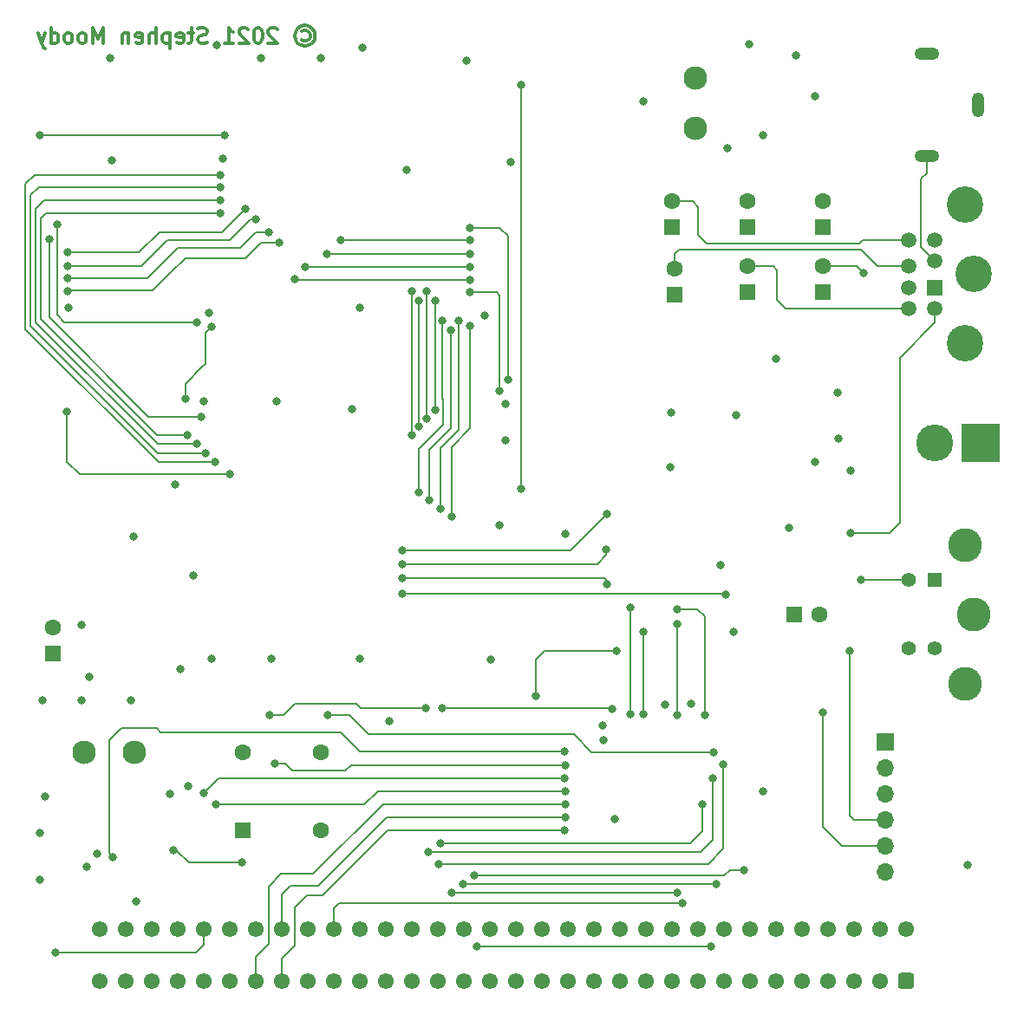
<source format=gbl>
G04 #@! TF.GenerationSoftware,KiCad,Pcbnew,(5.1.10)-1*
G04 #@! TF.CreationDate,2021-07-30T10:38:07+01:00*
G04 #@! TF.ProjectId,GfxV9990,47667856-3939-4393-902e-6b696361645f,rev?*
G04 #@! TF.SameCoordinates,Original*
G04 #@! TF.FileFunction,Copper,L4,Bot*
G04 #@! TF.FilePolarity,Positive*
%FSLAX46Y46*%
G04 Gerber Fmt 4.6, Leading zero omitted, Abs format (unit mm)*
G04 Created by KiCad (PCBNEW (5.1.10)-1) date 2021-07-30 10:38:07*
%MOMM*%
%LPD*%
G01*
G04 APERTURE LIST*
G04 #@! TA.AperFunction,NonConductor*
%ADD10C,0.300000*%
G04 #@! TD*
G04 #@! TA.AperFunction,ComponentPad*
%ADD11C,3.555000*%
G04 #@! TD*
G04 #@! TA.AperFunction,ComponentPad*
%ADD12C,1.509000*%
G04 #@! TD*
G04 #@! TA.AperFunction,ComponentPad*
%ADD13R,1.509000X1.509000*%
G04 #@! TD*
G04 #@! TA.AperFunction,ComponentPad*
%ADD14C,1.550000*%
G04 #@! TD*
G04 #@! TA.AperFunction,ComponentPad*
%ADD15C,2.300000*%
G04 #@! TD*
G04 #@! TA.AperFunction,ComponentPad*
%ADD16C,1.600000*%
G04 #@! TD*
G04 #@! TA.AperFunction,ComponentPad*
%ADD17R,1.600000X1.600000*%
G04 #@! TD*
G04 #@! TA.AperFunction,ComponentPad*
%ADD18O,2.416000X1.208000*%
G04 #@! TD*
G04 #@! TA.AperFunction,ComponentPad*
%ADD19O,1.208000X2.416000*%
G04 #@! TD*
G04 #@! TA.AperFunction,ComponentPad*
%ADD20O,1.700000X1.700000*%
G04 #@! TD*
G04 #@! TA.AperFunction,ComponentPad*
%ADD21R,1.700000X1.700000*%
G04 #@! TD*
G04 #@! TA.AperFunction,ComponentPad*
%ADD22C,3.600000*%
G04 #@! TD*
G04 #@! TA.AperFunction,ComponentPad*
%ADD23R,3.765000X3.765000*%
G04 #@! TD*
G04 #@! TA.AperFunction,ComponentPad*
%ADD24C,3.306000*%
G04 #@! TD*
G04 #@! TA.AperFunction,ComponentPad*
%ADD25C,1.398000*%
G04 #@! TD*
G04 #@! TA.AperFunction,ComponentPad*
%ADD26R,1.398000X1.398000*%
G04 #@! TD*
G04 #@! TA.AperFunction,ViaPad*
%ADD27C,0.800000*%
G04 #@! TD*
G04 #@! TA.AperFunction,Conductor*
%ADD28C,0.210000*%
G04 #@! TD*
G04 APERTURE END LIST*
D10*
X129739285Y-52035714D02*
X129882142Y-51964285D01*
X130167857Y-51964285D01*
X130310714Y-52035714D01*
X130453571Y-52178571D01*
X130525000Y-52321428D01*
X130525000Y-52607142D01*
X130453571Y-52750000D01*
X130310714Y-52892857D01*
X130167857Y-52964285D01*
X129882142Y-52964285D01*
X129739285Y-52892857D01*
X130025000Y-51464285D02*
X130382142Y-51535714D01*
X130739285Y-51750000D01*
X130953571Y-52107142D01*
X131025000Y-52464285D01*
X130953571Y-52821428D01*
X130739285Y-53178571D01*
X130382142Y-53392857D01*
X130025000Y-53464285D01*
X129667857Y-53392857D01*
X129310714Y-53178571D01*
X129096428Y-52821428D01*
X129025000Y-52464285D01*
X129096428Y-52107142D01*
X129310714Y-51750000D01*
X129667857Y-51535714D01*
X130025000Y-51464285D01*
X127310714Y-51821428D02*
X127239285Y-51750000D01*
X127096428Y-51678571D01*
X126739285Y-51678571D01*
X126596428Y-51750000D01*
X126525000Y-51821428D01*
X126453571Y-51964285D01*
X126453571Y-52107142D01*
X126525000Y-52321428D01*
X127382142Y-53178571D01*
X126453571Y-53178571D01*
X125525000Y-51678571D02*
X125382142Y-51678571D01*
X125239285Y-51750000D01*
X125167857Y-51821428D01*
X125096428Y-51964285D01*
X125025000Y-52250000D01*
X125025000Y-52607142D01*
X125096428Y-52892857D01*
X125167857Y-53035714D01*
X125239285Y-53107142D01*
X125382142Y-53178571D01*
X125525000Y-53178571D01*
X125667857Y-53107142D01*
X125739285Y-53035714D01*
X125810714Y-52892857D01*
X125882142Y-52607142D01*
X125882142Y-52250000D01*
X125810714Y-51964285D01*
X125739285Y-51821428D01*
X125667857Y-51750000D01*
X125525000Y-51678571D01*
X124453571Y-51821428D02*
X124382142Y-51750000D01*
X124239285Y-51678571D01*
X123882142Y-51678571D01*
X123739285Y-51750000D01*
X123667857Y-51821428D01*
X123596428Y-51964285D01*
X123596428Y-52107142D01*
X123667857Y-52321428D01*
X124525000Y-53178571D01*
X123596428Y-53178571D01*
X122167857Y-53178571D02*
X123025000Y-53178571D01*
X122596428Y-53178571D02*
X122596428Y-51678571D01*
X122739285Y-51892857D01*
X122882142Y-52035714D01*
X123025000Y-52107142D01*
X120453571Y-53107142D02*
X120239285Y-53178571D01*
X119882142Y-53178571D01*
X119739285Y-53107142D01*
X119667857Y-53035714D01*
X119596428Y-52892857D01*
X119596428Y-52750000D01*
X119667857Y-52607142D01*
X119739285Y-52535714D01*
X119882142Y-52464285D01*
X120167857Y-52392857D01*
X120310714Y-52321428D01*
X120382142Y-52250000D01*
X120453571Y-52107142D01*
X120453571Y-51964285D01*
X120382142Y-51821428D01*
X120310714Y-51750000D01*
X120167857Y-51678571D01*
X119810714Y-51678571D01*
X119596428Y-51750000D01*
X119167857Y-52178571D02*
X118596428Y-52178571D01*
X118953571Y-51678571D02*
X118953571Y-52964285D01*
X118882142Y-53107142D01*
X118739285Y-53178571D01*
X118596428Y-53178571D01*
X117525000Y-53107142D02*
X117667857Y-53178571D01*
X117953571Y-53178571D01*
X118096428Y-53107142D01*
X118167857Y-52964285D01*
X118167857Y-52392857D01*
X118096428Y-52250000D01*
X117953571Y-52178571D01*
X117667857Y-52178571D01*
X117525000Y-52250000D01*
X117453571Y-52392857D01*
X117453571Y-52535714D01*
X118167857Y-52678571D01*
X116810714Y-52178571D02*
X116810714Y-53678571D01*
X116810714Y-52250000D02*
X116667857Y-52178571D01*
X116382142Y-52178571D01*
X116239285Y-52250000D01*
X116167857Y-52321428D01*
X116096428Y-52464285D01*
X116096428Y-52892857D01*
X116167857Y-53035714D01*
X116239285Y-53107142D01*
X116382142Y-53178571D01*
X116667857Y-53178571D01*
X116810714Y-53107142D01*
X115453571Y-53178571D02*
X115453571Y-51678571D01*
X114810714Y-53178571D02*
X114810714Y-52392857D01*
X114882142Y-52250000D01*
X115025000Y-52178571D01*
X115239285Y-52178571D01*
X115382142Y-52250000D01*
X115453571Y-52321428D01*
X113525000Y-53107142D02*
X113667857Y-53178571D01*
X113953571Y-53178571D01*
X114096428Y-53107142D01*
X114167857Y-52964285D01*
X114167857Y-52392857D01*
X114096428Y-52250000D01*
X113953571Y-52178571D01*
X113667857Y-52178571D01*
X113525000Y-52250000D01*
X113453571Y-52392857D01*
X113453571Y-52535714D01*
X114167857Y-52678571D01*
X112810714Y-52178571D02*
X112810714Y-53178571D01*
X112810714Y-52321428D02*
X112739285Y-52250000D01*
X112596428Y-52178571D01*
X112382142Y-52178571D01*
X112239285Y-52250000D01*
X112167857Y-52392857D01*
X112167857Y-53178571D01*
X110310714Y-53178571D02*
X110310714Y-51678571D01*
X109810714Y-52750000D01*
X109310714Y-51678571D01*
X109310714Y-53178571D01*
X108382142Y-53178571D02*
X108525000Y-53107142D01*
X108596428Y-53035714D01*
X108667857Y-52892857D01*
X108667857Y-52464285D01*
X108596428Y-52321428D01*
X108525000Y-52250000D01*
X108382142Y-52178571D01*
X108167857Y-52178571D01*
X108025000Y-52250000D01*
X107953571Y-52321428D01*
X107882142Y-52464285D01*
X107882142Y-52892857D01*
X107953571Y-53035714D01*
X108025000Y-53107142D01*
X108167857Y-53178571D01*
X108382142Y-53178571D01*
X107025000Y-53178571D02*
X107167857Y-53107142D01*
X107239285Y-53035714D01*
X107310714Y-52892857D01*
X107310714Y-52464285D01*
X107239285Y-52321428D01*
X107167857Y-52250000D01*
X107025000Y-52178571D01*
X106810714Y-52178571D01*
X106667857Y-52250000D01*
X106596428Y-52321428D01*
X106525000Y-52464285D01*
X106525000Y-52892857D01*
X106596428Y-53035714D01*
X106667857Y-53107142D01*
X106810714Y-53178571D01*
X107025000Y-53178571D01*
X105239285Y-53178571D02*
X105239285Y-51678571D01*
X105239285Y-53107142D02*
X105382142Y-53178571D01*
X105667857Y-53178571D01*
X105810714Y-53107142D01*
X105882142Y-53035714D01*
X105953571Y-52892857D01*
X105953571Y-52464285D01*
X105882142Y-52321428D01*
X105810714Y-52250000D01*
X105667857Y-52178571D01*
X105382142Y-52178571D01*
X105239285Y-52250000D01*
X104667857Y-52178571D02*
X104310714Y-53178571D01*
X103953571Y-52178571D02*
X104310714Y-53178571D01*
X104453571Y-53535714D01*
X104525000Y-53607142D01*
X104667857Y-53678571D01*
D11*
X194500000Y-82500000D03*
X195310000Y-75740000D03*
X194500000Y-68980000D03*
D12*
X189010000Y-72390000D03*
X189010000Y-74930000D03*
X189010000Y-79090000D03*
X191500000Y-72390000D03*
X189010000Y-77040000D03*
X191500000Y-79090000D03*
X191500000Y-74440000D03*
D13*
X191500000Y-77040000D03*
D14*
X109982000Y-139700000D03*
X112522000Y-139700000D03*
X115062000Y-139700000D03*
X117602000Y-139700000D03*
X120142000Y-139700000D03*
X122682000Y-139700000D03*
X125222000Y-139700000D03*
X127762000Y-139700000D03*
X130302000Y-139700000D03*
X132842000Y-139700000D03*
X135382000Y-139700000D03*
X137922000Y-139700000D03*
X140462000Y-139700000D03*
X143002000Y-139700000D03*
X145542000Y-139700000D03*
X148082000Y-139700000D03*
X150622000Y-139700000D03*
X153162000Y-139700000D03*
X155702000Y-139700000D03*
X158242000Y-139700000D03*
X160782000Y-139700000D03*
X163322000Y-139700000D03*
X165862000Y-139700000D03*
X168402000Y-139700000D03*
X170942000Y-139700000D03*
X173482000Y-139700000D03*
X176022000Y-139700000D03*
X178562000Y-139700000D03*
X181102000Y-139700000D03*
X183642000Y-139700000D03*
X186182000Y-139700000D03*
X188722000Y-139700000D03*
X109982000Y-144780000D03*
X112522000Y-144780000D03*
X115062000Y-144780000D03*
X117602000Y-144780000D03*
X120142000Y-144780000D03*
X122682000Y-144780000D03*
X125222000Y-144780000D03*
X127762000Y-144780000D03*
X130302000Y-144780000D03*
X132842000Y-144780000D03*
X135382000Y-144780000D03*
X137922000Y-144780000D03*
X140462000Y-144780000D03*
X143002000Y-144780000D03*
X145542000Y-144780000D03*
X148082000Y-144780000D03*
X150622000Y-144780000D03*
X153162000Y-144780000D03*
X155702000Y-144780000D03*
X158242000Y-144780000D03*
X160782000Y-144780000D03*
X163322000Y-144780000D03*
X165862000Y-144780000D03*
X168402000Y-144780000D03*
X170942000Y-144780000D03*
X173482000Y-144780000D03*
X176022000Y-144780000D03*
X178562000Y-144780000D03*
X181102000Y-144780000D03*
X183642000Y-144780000D03*
X186182000Y-144780000D03*
G04 #@! TA.AperFunction,ComponentPad*
G36*
G01*
X189497000Y-144254999D02*
X189497000Y-145305001D01*
G75*
G02*
X189247001Y-145555000I-249999J0D01*
G01*
X188196999Y-145555000D01*
G75*
G02*
X187947000Y-145305001I0J249999D01*
G01*
X187947000Y-144254999D01*
G75*
G02*
X188196999Y-144005000I249999J0D01*
G01*
X189247001Y-144005000D01*
G75*
G02*
X189497000Y-144254999I0J-249999D01*
G01*
G37*
G04 #@! TD.AperFunction*
D15*
X113358000Y-122428000D03*
X108458000Y-122428000D03*
D16*
X131572000Y-130048000D03*
X131572000Y-122428000D03*
X123952000Y-122428000D03*
D17*
X123952000Y-130048000D03*
D16*
X105410000Y-110276000D03*
D17*
X105410000Y-112776000D03*
D15*
X168148000Y-61468000D03*
X168148000Y-56568000D03*
D18*
X190750000Y-64250000D03*
X190750000Y-54250000D03*
D19*
X195750000Y-59250000D03*
D20*
X186690000Y-134112000D03*
X186690000Y-131572000D03*
X186690000Y-129032000D03*
X186690000Y-126492000D03*
X186690000Y-123952000D03*
D21*
X186690000Y-121412000D03*
D22*
X191500000Y-92250000D03*
D23*
X196000000Y-92250000D03*
D24*
X194500000Y-102230000D03*
X194500000Y-115750000D03*
X195310000Y-108990000D03*
D25*
X189010000Y-112340000D03*
X191500000Y-112340000D03*
X189010000Y-105640000D03*
D26*
X191500000Y-105640000D03*
D16*
X180300000Y-108966000D03*
D17*
X177800000Y-108966000D03*
D16*
X180594000Y-68620000D03*
D17*
X180594000Y-71120000D03*
D16*
X180594000Y-74970000D03*
D17*
X180594000Y-77470000D03*
D16*
X173228000Y-68620000D03*
D17*
X173228000Y-71120000D03*
D16*
X173228000Y-74970000D03*
D17*
X173228000Y-77470000D03*
D16*
X166116000Y-75224000D03*
D17*
X166116000Y-77724000D03*
D16*
X165862000Y-68620000D03*
D17*
X165862000Y-71120000D03*
D27*
X125730000Y-54610000D03*
X135636000Y-53594000D03*
X139954000Y-65532000D03*
X150114000Y-64770000D03*
X135382000Y-78994000D03*
X134620000Y-88900000D03*
X149606000Y-88392000D03*
X108204000Y-109982000D03*
X108204000Y-117348000D03*
X113030000Y-117348000D03*
X117348000Y-96266000D03*
X106934000Y-78994000D03*
X104140000Y-130302000D03*
X109728000Y-132334000D03*
X104648000Y-126746000D03*
X116840000Y-126492000D03*
X174752000Y-126238000D03*
X155448000Y-101092000D03*
X135382000Y-113284000D03*
X126746000Y-113284000D03*
X120904000Y-113284000D03*
X120142000Y-88138000D03*
X122000000Y-64450000D03*
X111150000Y-64600000D03*
X111000000Y-54600000D03*
X148150000Y-113400000D03*
X165150000Y-117800000D03*
X159100000Y-119850000D03*
X176000000Y-84000000D03*
X183350000Y-94950000D03*
X163100000Y-58850000D03*
X178000000Y-54400000D03*
X179800000Y-58400000D03*
X165700000Y-94600000D03*
X165750000Y-89250000D03*
X170650000Y-104200000D03*
X171850000Y-110650000D03*
X174800000Y-62200000D03*
X119125000Y-105200000D03*
X149025000Y-100300000D03*
X131572000Y-54610000D03*
X145796000Y-54864000D03*
X147574000Y-79756000D03*
X149606000Y-91948000D03*
X108966000Y-115062000D03*
X104394000Y-117348000D03*
X113284000Y-101346000D03*
X120650000Y-79502000D03*
X127254000Y-88138000D03*
X104140000Y-134874000D03*
X108712000Y-133604000D03*
X117856000Y-114300000D03*
X118618000Y-125730000D03*
X113550000Y-137050000D03*
X167700000Y-117750000D03*
X159150000Y-121300000D03*
X160250000Y-128950000D03*
X172100000Y-89500000D03*
X179800000Y-94100000D03*
X182100000Y-91800000D03*
X182000000Y-87350000D03*
X177300000Y-100500000D03*
X173400000Y-53300000D03*
X194700000Y-133450000D03*
X171300000Y-63450000D03*
X138275000Y-119400000D03*
X121400000Y-53350000D03*
X184600000Y-75650000D03*
X184300000Y-105650000D03*
X105664000Y-141986000D03*
X155450000Y-126250000D03*
X121350000Y-127550000D03*
X155450000Y-123700000D03*
X127069000Y-123581000D03*
X155450000Y-128800000D03*
X166878000Y-137160000D03*
X161800000Y-118700000D03*
X161800000Y-108300000D03*
X166400000Y-118850000D03*
X166400000Y-109900000D03*
X166357000Y-136157000D03*
X144350000Y-136150000D03*
X146525000Y-134500000D03*
X172878500Y-133953500D03*
X168825000Y-127500000D03*
X143225000Y-131325000D03*
X170900000Y-123675000D03*
X143100000Y-133375000D03*
X120150000Y-126400000D03*
X155400000Y-124999998D03*
X155450000Y-127500000D03*
X155400000Y-130050000D03*
X169050000Y-118850000D03*
X166400000Y-108450000D03*
X163050000Y-118750000D03*
X163050000Y-110700000D03*
X145450000Y-135350000D03*
X170206000Y-135356000D03*
X146850000Y-141425000D03*
X169672000Y-141403000D03*
X169875000Y-124975000D03*
X142050000Y-132225000D03*
X132250000Y-118825000D03*
X169925000Y-122425000D03*
X152575000Y-116950000D03*
X160425000Y-112525000D03*
X183225000Y-112525000D03*
X183300000Y-101000000D03*
X141850000Y-118125000D03*
X126575000Y-118850000D03*
X123900000Y-133250000D03*
X117175000Y-132000000D03*
X155400000Y-122400000D03*
X111300000Y-132700000D03*
X143460000Y-118165000D03*
X160025000Y-118200000D03*
X180600000Y-118600000D03*
X159488400Y-99161600D03*
X139550000Y-102700000D03*
X139500000Y-104050000D03*
X159466000Y-102616000D03*
X139550000Y-105400000D03*
X159519600Y-106019600D03*
X139550000Y-107000000D03*
X171115000Y-107015000D03*
X121238000Y-94136000D03*
X121738000Y-66036000D03*
X120338000Y-93236000D03*
X121738000Y-67236000D03*
X119438000Y-92336000D03*
X121737998Y-68536000D03*
X118538000Y-91436000D03*
X121738000Y-69836000D03*
X105038000Y-72336000D03*
X119887994Y-89662000D03*
X120900000Y-80900000D03*
X118364000Y-87884000D03*
X119438000Y-80436000D03*
X105838000Y-70936000D03*
X122700000Y-95300000D03*
X106800000Y-89200000D03*
X104150000Y-62200000D03*
X122200000Y-62200000D03*
X106838000Y-73636000D03*
X124206000Y-69342000D03*
X106838000Y-74936000D03*
X125222000Y-70358000D03*
X106838000Y-76136000D03*
X126492000Y-71628000D03*
X106838000Y-77436000D03*
X127508000Y-72644000D03*
X146138000Y-76336000D03*
X129032000Y-76200002D03*
X146138000Y-75036000D03*
X130047996Y-75036000D03*
X132138000Y-73736000D03*
X146138000Y-73736000D03*
X146138000Y-72436000D03*
X133538000Y-72436000D03*
X149038000Y-87136000D03*
X146138000Y-77536000D03*
X149838000Y-86036000D03*
X146138000Y-71236000D03*
X142738000Y-78336000D03*
X142738000Y-89035998D03*
X141938000Y-77436000D03*
X141938000Y-89836000D03*
X141138000Y-78336000D03*
X141138000Y-90635996D03*
X140438000Y-77436000D03*
X140438000Y-91436000D03*
X151138000Y-57236000D03*
X151138000Y-96736000D03*
X143438000Y-80336000D03*
X141138000Y-97036000D03*
X144238000Y-81236000D03*
X142138000Y-97836000D03*
X145038000Y-80336000D03*
X143238000Y-98636000D03*
X146138000Y-80836000D03*
X144338000Y-99436000D03*
D28*
X189010000Y-72390000D02*
X184510000Y-72390000D01*
X184510000Y-72390000D02*
X184150000Y-72750000D01*
X184150000Y-72750000D02*
X169250000Y-72750000D01*
X169250000Y-72750000D02*
X168450000Y-71950000D01*
X168450000Y-71950000D02*
X168450000Y-69200000D01*
X167870000Y-68620000D02*
X165862000Y-68620000D01*
X168450000Y-69200000D02*
X167870000Y-68620000D01*
X189010000Y-74930000D02*
X185930000Y-74930000D01*
X185930000Y-74930000D02*
X184350000Y-73350000D01*
X184350000Y-73350000D02*
X166550000Y-73350000D01*
X166116000Y-73784000D02*
X166116000Y-75224000D01*
X166550000Y-73350000D02*
X166116000Y-73784000D01*
X189010000Y-79090000D02*
X176990000Y-79090000D01*
X176990000Y-79090000D02*
X176150000Y-78250000D01*
X176150000Y-78250000D02*
X176150000Y-75350000D01*
X175770000Y-74970000D02*
X173228000Y-74970000D01*
X176150000Y-75350000D02*
X175770000Y-74970000D01*
X183920000Y-74970000D02*
X184600000Y-75650000D01*
X180594000Y-74970000D02*
X183920000Y-74970000D01*
X189000000Y-105650000D02*
X189010000Y-105640000D01*
X184300000Y-105650000D02*
X189000000Y-105650000D01*
X105664000Y-141986000D02*
X119380000Y-141986000D01*
X120142000Y-141224000D02*
X120142000Y-139700000D01*
X119380000Y-141986000D02*
X120142000Y-141224000D01*
X155450000Y-126250000D02*
X149000000Y-126250000D01*
X149000000Y-126250000D02*
X142700000Y-126250000D01*
X142700000Y-126250000D02*
X137150000Y-126250000D01*
X137150000Y-126250000D02*
X135850000Y-127550000D01*
X135850000Y-127550000D02*
X121350000Y-127550000D01*
X155450000Y-123700000D02*
X134500000Y-123700000D01*
X134500000Y-123700000D02*
X133950000Y-124250000D01*
X133950000Y-124250000D02*
X128800000Y-124250000D01*
X128800000Y-124250000D02*
X128131000Y-123581000D01*
X128131000Y-123581000D02*
X127069000Y-123581000D01*
X127762000Y-136338000D02*
X127762000Y-139700000D01*
X128600000Y-135500000D02*
X127762000Y-136338000D01*
X138000000Y-128800000D02*
X131300000Y-135500000D01*
X131300000Y-135500000D02*
X128600000Y-135500000D01*
X155450000Y-128800000D02*
X138000000Y-128800000D01*
X166878000Y-137160000D02*
X133350000Y-137160000D01*
X132842000Y-137668000D02*
X132842000Y-139700000D01*
X133350000Y-137160000D02*
X132842000Y-137668000D01*
X161800000Y-118700000D02*
X161800000Y-108300000D01*
X166400000Y-118850000D02*
X166400000Y-109900000D01*
X166350000Y-136150000D02*
X166357000Y-136157000D01*
X144350000Y-136150000D02*
X166350000Y-136150000D01*
X146525000Y-134500000D02*
X170975000Y-134500000D01*
X171521500Y-133953500D02*
X172878500Y-133953500D01*
X170975000Y-134500000D02*
X171521500Y-133953500D01*
X168825000Y-130175000D02*
X168825000Y-127500000D01*
X167675000Y-131325000D02*
X168825000Y-130175000D01*
X143225000Y-131325000D02*
X167675000Y-131325000D01*
X169400000Y-133375000D02*
X143100000Y-133375000D01*
X170900000Y-131875000D02*
X169400000Y-133375000D01*
X170900000Y-123675000D02*
X170900000Y-131875000D01*
X120150000Y-126400000D02*
X121550002Y-124999998D01*
X121550002Y-124999998D02*
X155400000Y-124999998D01*
X125222000Y-142428000D02*
X125222000Y-144780000D01*
X126500000Y-141150000D02*
X125222000Y-142428000D01*
X126500000Y-135550000D02*
X126500000Y-141150000D01*
X127700000Y-134350000D02*
X126500000Y-135550000D01*
X130800000Y-134350000D02*
X127700000Y-134350000D01*
X137650000Y-127500000D02*
X130800000Y-134350000D01*
X155450000Y-127500000D02*
X137650000Y-127500000D01*
X129050000Y-137600000D02*
X129050000Y-141350000D01*
X130250000Y-136400000D02*
X129050000Y-137600000D01*
X131750000Y-136400000D02*
X130250000Y-136400000D01*
X129050000Y-141350000D02*
X127762000Y-142638000D01*
X138100000Y-130050000D02*
X131750000Y-136400000D01*
X127762000Y-142638000D02*
X127762000Y-144780000D01*
X155400000Y-130050000D02*
X138100000Y-130050000D01*
X169050000Y-118850000D02*
X169050000Y-109150000D01*
X169050000Y-109150000D02*
X168350000Y-108450000D01*
X168350000Y-108450000D02*
X166400000Y-108450000D01*
X163050000Y-118750000D02*
X163050000Y-110700000D01*
X170200000Y-135350000D02*
X170206000Y-135356000D01*
X145450000Y-135350000D02*
X170200000Y-135350000D01*
X169650000Y-141425000D02*
X169672000Y-141403000D01*
X146850000Y-141425000D02*
X169650000Y-141425000D01*
X168675000Y-132225000D02*
X142050000Y-132225000D01*
X169875000Y-131025000D02*
X168675000Y-132225000D01*
X169875000Y-124975000D02*
X169875000Y-131025000D01*
X132250000Y-118825000D02*
X134400000Y-118825000D01*
X134400000Y-118825000D02*
X136275000Y-120700000D01*
X136275000Y-120700000D02*
X156300000Y-120700000D01*
X158025000Y-122425000D02*
X169925000Y-122425000D01*
X156300000Y-120700000D02*
X158025000Y-122425000D01*
X152575000Y-116950000D02*
X152575000Y-113375000D01*
X153425000Y-112525000D02*
X160425000Y-112525000D01*
X152575000Y-113375000D02*
X153425000Y-112525000D01*
X183225000Y-112525000D02*
X183225000Y-128650000D01*
X183607000Y-129032000D02*
X186690000Y-129032000D01*
X183225000Y-128650000D02*
X183607000Y-129032000D01*
X183300000Y-101000000D02*
X187100000Y-101000000D01*
X187100000Y-101000000D02*
X188100000Y-100000000D01*
X188100000Y-100000000D02*
X188100000Y-83900000D01*
X191500000Y-80500000D02*
X191500000Y-79090000D01*
X188100000Y-83900000D02*
X191500000Y-80500000D01*
X191500000Y-74440000D02*
X190200000Y-73140000D01*
X190200000Y-73140000D02*
X190200000Y-66450000D01*
X190750000Y-65900000D02*
X190750000Y-64250000D01*
X190200000Y-66450000D02*
X190750000Y-65900000D01*
X141850000Y-118125000D02*
X135475000Y-118125000D01*
X135475000Y-118125000D02*
X135075000Y-117725000D01*
X135075000Y-117725000D02*
X129050000Y-117725000D01*
X127925000Y-118850000D02*
X126575000Y-118850000D01*
X129050000Y-117725000D02*
X127925000Y-118850000D01*
X123900000Y-133250000D02*
X118675000Y-133250000D01*
X117425000Y-132000000D02*
X117175000Y-132000000D01*
X118675000Y-133250000D02*
X117425000Y-132000000D01*
X135400000Y-122400000D02*
X155400000Y-122400000D01*
X133500000Y-120500000D02*
X135400000Y-122400000D01*
X115950000Y-120500000D02*
X133500000Y-120500000D01*
X115550000Y-120100000D02*
X115950000Y-120500000D01*
X112100000Y-120100000D02*
X115550000Y-120100000D01*
X110900000Y-121300000D02*
X112100000Y-120100000D01*
X110900000Y-132300000D02*
X110900000Y-121300000D01*
X111300000Y-132700000D02*
X110900000Y-132300000D01*
X159990000Y-118165000D02*
X160025000Y-118200000D01*
X143460000Y-118165000D02*
X159990000Y-118165000D01*
X180600000Y-118600000D02*
X180600000Y-129750000D01*
X182422000Y-131572000D02*
X186690000Y-131572000D01*
X180600000Y-129750000D02*
X182422000Y-131572000D01*
X159488400Y-99161600D02*
X155950000Y-102700000D01*
X155950000Y-102700000D02*
X139550000Y-102700000D01*
X139500000Y-104050000D02*
X158600000Y-104050000D01*
X159466000Y-103184000D02*
X159466000Y-102616000D01*
X158600000Y-104050000D02*
X159466000Y-103184000D01*
X139550000Y-105400000D02*
X159250000Y-105400000D01*
X159519600Y-105669600D02*
X159519600Y-106019600D01*
X159250000Y-105400000D02*
X159519600Y-105669600D01*
X171100000Y-107000000D02*
X171115000Y-107015000D01*
X139550000Y-107000000D02*
X171100000Y-107000000D01*
X121238000Y-94136000D02*
X115738000Y-94136000D01*
X115738000Y-94136000D02*
X102738000Y-81136000D01*
X102738000Y-81136000D02*
X102738000Y-76936000D01*
X102738000Y-76936000D02*
X102738000Y-66936000D01*
X103638000Y-66036000D02*
X121738000Y-66036000D01*
X102738000Y-66936000D02*
X103638000Y-66036000D01*
X104038000Y-67236000D02*
X121738000Y-67236000D01*
X103238000Y-68036000D02*
X104038000Y-67236000D01*
X103238000Y-80836000D02*
X103238000Y-68036000D01*
X115638000Y-93236000D02*
X103238000Y-80836000D01*
X120338000Y-93236000D02*
X115638000Y-93236000D01*
X104538000Y-68536000D02*
X121737998Y-68536000D01*
X103738000Y-69336000D02*
X104538000Y-68536000D01*
X103738000Y-80436000D02*
X103738000Y-69336000D01*
X115638000Y-92336000D02*
X103738000Y-80436000D01*
X119438000Y-92336000D02*
X115638000Y-92336000D01*
X104738000Y-69836000D02*
X121738000Y-69836000D01*
X104238000Y-70336000D02*
X104738000Y-69836000D01*
X104238000Y-80136000D02*
X104238000Y-70336000D01*
X115538000Y-91436000D02*
X104238000Y-80136000D01*
X118538000Y-91436000D02*
X115538000Y-91436000D01*
X114764000Y-89662000D02*
X119887994Y-89662000D01*
X105038000Y-72336000D02*
X105038000Y-79936000D01*
X105038000Y-79936000D02*
X114764000Y-89662000D01*
X120300000Y-81500000D02*
X120900000Y-80900000D01*
X120300000Y-82000000D02*
X120300000Y-81500000D01*
X120000000Y-84800000D02*
X120300000Y-84500000D01*
X120300000Y-84500000D02*
X120300000Y-82000000D01*
X118364000Y-86436000D02*
X120000000Y-84800000D01*
X118364000Y-86936000D02*
X118364000Y-86436000D01*
X118364000Y-87884000D02*
X118364000Y-86936000D01*
X119438000Y-80436000D02*
X107538000Y-80436000D01*
X107538000Y-80436000D02*
X106938000Y-80436000D01*
X106938000Y-80436000D02*
X106538000Y-80436000D01*
X106538000Y-80436000D02*
X105838000Y-79736000D01*
X105838000Y-75936000D02*
X105838000Y-70936000D01*
X105838000Y-79736000D02*
X105838000Y-75936000D01*
X122700000Y-95300000D02*
X108000000Y-95300000D01*
X106800000Y-94100000D02*
X106800000Y-89200000D01*
X108000000Y-95300000D02*
X106800000Y-94100000D01*
X104150000Y-62200000D02*
X122200000Y-62200000D01*
X115824000Y-71628000D02*
X113816000Y-73636000D01*
X113816000Y-73636000D02*
X106838000Y-73636000D01*
X120904000Y-71628000D02*
X121920000Y-71628000D01*
X120904000Y-71628000D02*
X115824000Y-71628000D01*
X121920000Y-71628000D02*
X124206000Y-69342000D01*
X114052000Y-74936000D02*
X106838000Y-74936000D01*
X115576000Y-73412000D02*
X115576000Y-73400000D01*
X115576000Y-73412000D02*
X114052000Y-74936000D01*
X115576000Y-73400000D02*
X116586000Y-72390000D01*
X116586000Y-72390000D02*
X122682000Y-72390000D01*
X124714000Y-70358000D02*
X125222000Y-70358000D01*
X122682000Y-72390000D02*
X124714000Y-70358000D01*
X114618000Y-76136000D02*
X106838000Y-76136000D01*
X116332000Y-74422000D02*
X117602000Y-73152000D01*
X116332000Y-74422000D02*
X114618000Y-76136000D01*
X117602000Y-73152000D02*
X123190000Y-73152000D01*
X123190000Y-73152000D02*
X123698000Y-73152000D01*
X125222000Y-71628000D02*
X126492000Y-71628000D01*
X123698000Y-73152000D02*
X125222000Y-71628000D01*
X106938000Y-77336000D02*
X106838000Y-77436000D01*
X115182000Y-77336000D02*
X106938000Y-77336000D01*
X127508000Y-72644000D02*
X125730000Y-72644000D01*
X125730000Y-72644000D02*
X124206000Y-74168000D01*
X118350000Y-74168000D02*
X116960000Y-75558000D01*
X124206000Y-74168000D02*
X118350000Y-74168000D01*
X116960000Y-75558000D02*
X115182000Y-77336000D01*
X146138000Y-76336000D02*
X129167998Y-76336000D01*
X129167998Y-76336000D02*
X129032000Y-76200002D01*
X146138000Y-75036000D02*
X130047996Y-75036000D01*
X132138000Y-73736000D02*
X146138000Y-73736000D01*
X146138000Y-72436000D02*
X133538000Y-72436000D01*
X149038000Y-87136000D02*
X149038000Y-77836000D01*
X148738000Y-77536000D02*
X146138000Y-77536000D01*
X149038000Y-77836000D02*
X148738000Y-77536000D01*
X149838000Y-86036000D02*
X149838000Y-72036000D01*
X149038000Y-71236000D02*
X146138000Y-71236000D01*
X149838000Y-72036000D02*
X149038000Y-71236000D01*
X142738000Y-78336000D02*
X142738000Y-89035998D01*
X141938000Y-77436000D02*
X141938000Y-89836000D01*
X141138000Y-78336000D02*
X141138000Y-90635996D01*
X140438000Y-77436000D02*
X140438000Y-91436000D01*
X151138000Y-57236000D02*
X151138000Y-96736000D01*
X143438000Y-80336000D02*
X143438000Y-87936000D01*
X143438000Y-87936000D02*
X143538000Y-88036000D01*
X143538000Y-88036000D02*
X143538000Y-90436000D01*
X141138000Y-92836000D02*
X141138000Y-97036000D01*
X143538000Y-90436000D02*
X141138000Y-92836000D01*
X144238000Y-81236000D02*
X144238000Y-90836000D01*
X142138000Y-92936000D02*
X142138000Y-97836000D01*
X144238000Y-90836000D02*
X142138000Y-92936000D01*
X145038000Y-80336000D02*
X145038000Y-90936000D01*
X143238000Y-92736000D02*
X143238000Y-98636000D01*
X145038000Y-90936000D02*
X143238000Y-92736000D01*
X146138000Y-80836000D02*
X146138000Y-90836000D01*
X144338000Y-92636000D02*
X144338000Y-99436000D01*
X146138000Y-90836000D02*
X144338000Y-92636000D01*
M02*

</source>
